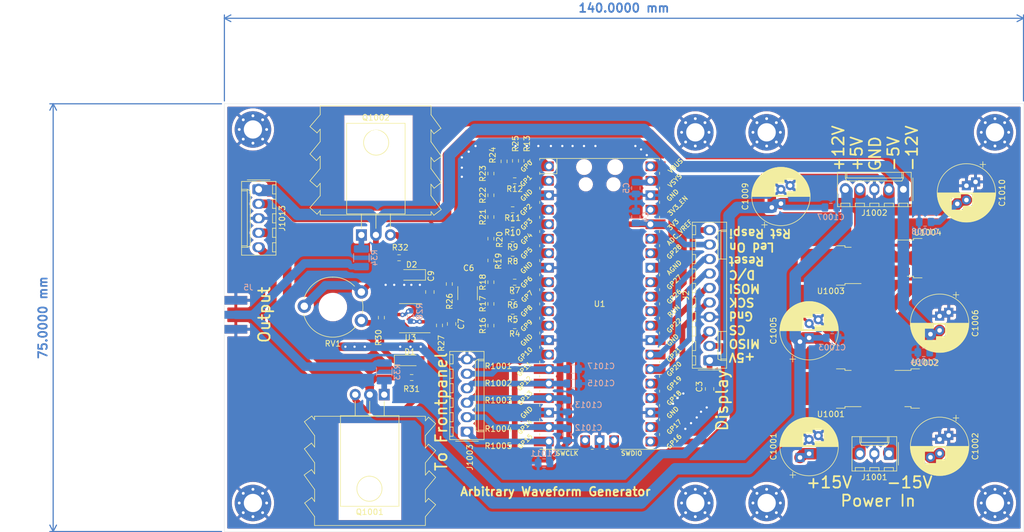
<source format=kicad_pcb>
(kicad_pcb (version 20221018) (generator pcbnew)
  (layers (0 "F.Cu" signal) (31 "B.Cu" signal) (34 "B.Paste" user) (35 "F.Paste" user) (36 "B.SilkS" user "B.Silkscreen") (37 "F.SilkS" user "F.Silkscreen") (38 "B.Mask" user) (39 "F.Mask" user) (44 "Edge.Cuts" user))
  (net 0 "")
  (net 1 "GND")
  (net 2 "+5V")
  (net 3 "+3V3")
  (net 4 "Net-(C6-Pad1)")
  (net 5 "-5V")
  (net 6 "Net-(C1001-Pad1)")
  (net 7 "+12V")
  (net 8 "-12V")
  (net 9 "Net-(C1011-Pad1)")
  (net 10 "Net-(C1012-Pad1)")
  (net 11 "Net-(C1013-Pad1)")
  (net 12 "Net-(D1-Pad1)")
  (net 13 "Net-(D1-Pad2)")
  (net 14 "Net-(D2-Pad2)")
  (net 15 "Net-(D2-Pad1)")
  (net 16 "Net-(J2-Pad2)")
  (net 17 "Net-(J2-Pad3)")
  (net 18 "Net-(J2-Pad5)")
  (net 19 "Net-(J2-Pad6)")
  (net 20 "Net-(J2-Pad7)")
  (net 21 "Net-(J2-Pad8)")
  (net 22 "Net-(J2-Pad10)")
  (net 23 "Net-(J5-Pad1)")
  (net 24 "Net-(Q1001-Pad1)")
  (net 25 "Net-(Q1002-Pad1)")
  (net 26 "Net-(C6-Pad2)")
  (net 27 "Net-(R4-Pad1)")
  (net 28 "Net-(R5-Pad1)")
  (net 29 "Net-(R16-Pad2)")
  (net 30 "Net-(R17-Pad2)")
  (net 31 "Net-(R6-Pad1)")
  (net 32 "Net-(R7-Pad1)")
  (net 33 "Net-(R18-Pad2)")
  (net 34 "Net-(R19-Pad2)")
  (net 35 "Net-(R8-Pad1)")
  (net 36 "Net-(R9-Pad1)")
  (net 37 "Net-(R20-Pad2)")
  (net 38 "Net-(R10-Pad2)")
  (net 39 "Net-(R10-Pad1)")
  (net 40 "Net-(R11-Pad1)")
  (net 41 "Net-(R11-Pad2)")
  (net 42 "Net-(R12-Pad2)")
  (net 43 "Net-(R12-Pad1)")
  (net 44 "Net-(R13-Pad1)")
  (net 45 "Net-(R13-Pad2)")
  (net 46 "Net-(R27-Pad1)")
  (net 47 "Net-(R28-Pad2)")
  (net 62 "Net-(C1015-Pad1)")
  (net 63 "Net-(C1017-Pad1)")
  (net 64 "Net-(C1002-Pad2)")
  (footprint "Capacitor_SMD:C_0805_2012Metric_Pad1.18x1.45mm_HandSolder" (layer "F.Cu") (at 225 100 -90)
    (fp_text reference "C3")
    (fp_text value "100n")
  )
  (footprint "Capacitor_THT:CP_Radial_D10.0mm_P2.50mm_P5.00mm" (layer "F.Cu") (at 242.44 111.36 90)
    (fp_text reference "C1001")
    (fp_text value "100u 50V")
  )
  (footprint "Capacitor_THT:CP_Radial_D10.0mm_P2.50mm_P5.00mm" (layer "F.Cu") (at 242.44 91.04 90)
    (fp_text reference "C1005")
    (fp_text value "100u 50V")
  )
  (footprint "Capacitor_THT:CP_Radial_D10.0mm_P2.50mm_P5.00mm" (layer "F.Cu") (at 265.3 87.23 -90)
    (fp_text reference "C1006")
    (fp_text value "100u 50V")
  )
  (footprint "Capacitor_THT:CP_Radial_D10.0mm_P2.50mm_P5.00mm" (layer "F.Cu") (at 270 64.37 -90)
    (fp_text reference "C1010")
    (fp_text value "100u 50V")
  )
  (footprint "Connector_Molex:Molex_KK-254_AE-6410-10A_1x10_P2.54mm_Vertical" (layer "F.Cu") (at 225 95 90)
    (fp_text reference "J2")
    (fp_text value "Conn afficheur")
  )
  (footprint "Connector_Molex:Molex_KK-254_AE-6410-03A_1x03_P2.54mm_Vertical" (layer "F.Cu") (at 256.41 111.36 180)
    (fp_text reference "J1001")
    (fp_text value "Conn_01x03")
  )
  (footprint "Connector_Molex:Molex_KK-254_AE-6410-05A_1x05_P2.54mm_Vertical" (layer "F.Cu") (at 258.95 65 180)
    (fp_text reference "J1002")
    (fp_text value "Conn_01x05")
  )
  (footprint "Connector_Molex:Molex_KK-254_AE-6410-06A_1x06_P2.54mm_Vertical" (layer "F.Cu") (at 182.5 107.5 90)
    (fp_text reference "J1003")
    (fp_text value "Conn_01x06")
  )
  (footprint "Package_TO_SOT_THT:TO-220-3_Horizontal_TabDown" (layer "F.Cu") (at 168 101 180)
    (fp_text reference "Q1001")
    (fp_text value "NTE2633")
  )
  (footprint "Resistor_SMD:R_0603_1608Metric_Pad0.98x0.95mm_HandSolder" (layer "F.Cu") (at 190.5 73.66 180)
    (fp_text reference "R9")
    (fp_text value "2k")
  )
  (footprint "Resistor_SMD:R_0603_1608Metric_Pad0.98x0.95mm_HandSolder" (layer "F.Cu") (at 190.5 71.12 180)
    (fp_text reference "R10")
    (fp_text value "2k")
  )
  (footprint "Resistor_SMD:R_0603_1608Metric_Pad0.98x0.95mm_HandSolder" (layer "F.Cu") (at 190.5 68.58 180)
    (fp_text reference "R11")
    (fp_text value "2k")
  )
  (footprint "Resistor_SMD:R_0603_1608Metric_Pad0.98x0.95mm_HandSolder" (layer "F.Cu") (at 186.69 88.9 90)
    (fp_text reference "R16")
    (fp_text value "1k")
  )
  (footprint "Resistor_SMD:R_0603_1608Metric_Pad0.98x0.95mm_HandSolder" (layer "F.Cu") (at 186.69 85.09 90)
    (fp_text reference "R17")
    (fp_text value "1k")
  )
  (footprint "Resistor_SMD:R_0603_1608Metric_Pad0.98x0.95mm_HandSolder" (layer "F.Cu") (at 186.69 81.28 90)
    (fp_text reference "R18")
    (fp_text value "1k")
  )
  (footprint "Resistor_SMD:R_0603_1608Metric_Pad0.98x0.95mm_HandSolder" (layer "F.Cu") (at 186.69 77.47 90)
    (fp_text reference "R19")
    (fp_text value "1k")
  )
  (footprint "Resistor_SMD:R_0603_1608Metric_Pad0.98x0.95mm_HandSolder" (layer "F.Cu") (at 186.69 73.66 90)
    (fp_text reference "R20")
    (fp_text value "1k")
  )
  (footprint "Resistor_SMD:R_0603_1608Metric_Pad0.98x0.95mm_HandSolder" (layer "F.Cu") (at 186.69 69.85 90)
    (fp_text reference "R21")
    (fp_text value "1k")
  )
  (footprint "Resistor_SMD:R_0603_1608Metric_Pad0.98x0.95mm_HandSolder" (layer "F.Cu") (at 186.69 66.04 90)
    (fp_text reference "R22")
    (fp_text value "1k")
  )
  (footprint "Resistor_SMD:R_0603_1608Metric_Pad0.98x0.95mm_HandSolder" (layer "F.Cu") (at 186.69 62.23 90)
    (fp_text reference "R23")
    (fp_text value "1k")
  )
  (footprint "Resistor_SMD:R_0603_1608Metric_Pad0.98x0.95mm_HandSolder" (layer "F.Cu") (at 189 60.0875 -90)
    (fp_text reference "R24")
    (fp_text value "1k")
  )
  (footprint "Resistor_SMD:R_0603_1608Metric_Pad0.98x0.95mm_HandSolder" (layer "F.Cu") (at 191 60 90)
    (fp_text reference "R25")
    (fp_text value "2k")
  )
  (footprint "Resistor_SMD:R_0603_1608Metric_Pad0.98x0.95mm_HandSolder" (layer "F.Cu") (at 179.4 81.6 90)
    (fp_text reference "R26")
    (fp_text value "20k")
  )
  (footprint "Resistor_SMD:R_0603_1608Metric_Pad0.98x0.95mm_HandSolder" (layer "F.Cu") (at 177.68 88.86 -90)
    (fp_text reference "R27")
    (fp_text value "680R")
  )
  (footprint "Resistor_SMD:R_0603_1608Metric_Pad0.98x0.95mm_HandSolder" (layer "F.Cu") (at 167.5 87.5 -90)
    (fp_text reference "R30")
    (fp_text value "27R")
  )
  (footprint "Resistor_SMD:R_0603_1608Metric_Pad0.98x0.95mm_HandSolder" (layer "F.Cu") (at 170.6 77 180)
    (fp_text reference "R32")
    (fp_text value "1k")
  )
  (footprint "Resistor_SMD:R_0603_1608Metric_Pad0.98x0.95mm_HandSolder" (layer "F.Cu") (at 191.77 99.06 180)
    (fp_text reference "R1002")
    (fp_text value "1k")
  )
  (footprint "Resistor_SMD:R_0603_1608Metric_Pad0.98x0.95mm_HandSolder" (layer "F.Cu") (at 191.77 101.6 180)
    (fp_text reference "R1003")
    (fp_text value "1k")
  )
  (footprint "Resistor_SMD:R_0603_1608Metric_Pad0.98x0.95mm_HandSolder" (layer "F.Cu") (at 191.77 106.68 180)
    (fp_text reference "R1004")
    (fp_text value "1k")
  )
  (footprint "Resistor_SMD:R_0603_1608Metric_Pad0.98x0.95mm_HandSolder" (layer "F.Cu") (at 191.77 109.22 180)
    (fp_text reference "R1005")
    (fp_text value "1k")
  )
  (footprint "Potentiometer_THT:Potentiometer_Piher_PT-10-V10_Vertical_Hole" (layer "F.Cu") (at 164 83 180)
    (fp_text reference "RV1")
    (fp_text value "100R")
  )
  (footprint "Package_SO:SO-8_3.9x4.9mm_P1.27mm" (layer "F.Cu") (at 172.6 87.59 180)
    (fp_text reference "U3")
    (fp_text value "AD8055ARZ")
  )
  (footprint "Package_TO_SOT_SMD:TO-252-2" (layer "F.Cu") (at 246.25 99.93 180)
    (fp_text reference "U1001")
    (fp_text value "L7812")
  )
  (footprint "Package_TO_SOT_SMD:TO-252-2" (layer "F.Cu") (at 246.25 78.34 180)
    (fp_text reference "U1003")
    (fp_text value "L7805")
  )
  (footprint "Package_TO_SOT_SMD:TO-252-2" (layer "F.Cu") (at 262.76 99.93)
    (fp_text reference "U1002")
    (fp_text value "L7912")
  )
  (footprint "Package_TO_SOT_SMD:TO-252-2" (layer "F.Cu") (at 263.2 77.07)
    (fp_text reference "U1004")
    (fp_text value "L7905")
  )
  (footprint "Resistor_SMD:R_0603_1608Metric_Pad0.98x0.95mm_HandSolder" (layer "F.Cu") (at 193 60 -90)
    (fp_text reference "R13")
    (fp_text value "2k")
  )
  (footprint "Resistor_SMD:R_0603_1608Metric_Pad0.98x0.95mm_HandSolder" (layer "F.Cu") (at 190.8575 63.5 180)
    (fp_text reference "R12")
    (fp_text value "2k")
  )
  (footprint "Resistor_SMD:R_0603_1608Metric_Pad0.98x0.95mm_HandSolder" (layer "F.Cu") (at 190.5 76.2 180)
    (fp_text reference "R8")
    (fp_text value "2k")
  )
  (footprint "Resistor_SMD:R_0603_1608Metric_Pad0.98x0.95mm_HandSolder" (layer "F.Cu") (at 190.8575 81.28 180)
    (fp_text reference "R7")
    (fp_text value "2k")
  )
  (footprint "Resistor_SMD:R_0603_1608Metric_Pad0.98x0.95mm_HandSolder" (layer "F.Cu") (at 190.5 83.82 180)
    (fp_text reference "R6")
    (fp_text value "2k")
  )
  (footprint "Resistor_SMD:R_0603_1608Metric_Pad0.98x0.95mm_HandSolder" (layer "F.Cu") (at 190.5 86.36 180)
    (fp_text reference "R5")
    (fp_text value "2k")
  )
  (footprint "Pi_Pico:RPi_Pico_SMD_TH" (layer "F.Cu") (at 205.74 85.09)
    (fp_text reference "U1")
    (fp_text value "Pico")
  )
  (footprint "Resistor_SMD:R_0603_1608Metric_Pad0.98x0.95mm_HandSolder" (layer "F.Cu") (at 190.8575 88.9 180)
    (fp_text reference "R4")
    (fp_text value "2k")
  )
  (footprint "Resistor_SMD:R_0603_1608Metric_Pad0.98x0.95mm_HandSolder" (layer "F.Cu") (at 191.77 96.52 180)
    (fp_text reference "R1001")
    (fp_text value "1k")
  )
  (footprint "Capacitor_THT:CP_Radial_D10.0mm_P2.50mm_P5.00mm" (layer "F.Cu") (at 265.3 108.82 -90)
    (fp_text reference "C1002")
    (fp_text value "100u 50V")
  )
  (footprint "MountingHole:MountingHole_3.2mm_M3_Pad_Via" (layer "F.Cu") (at 275 120)
    (fp_text reference "J1005" hide)
    (fp_text value "Conn_01x01")
  )
  (footprint "MountingHole:MountingHole_3.2mm_M3_Pad_Via" (layer "F.Cu") (at 145 54.5)
    (fp_text reference "J1006" hide)
    (fp_text value "Conn_01x01")
  )
  (footprint "MountingHole:MountingHole_3.2mm_M3_Pad_Via" (layer "F.Cu") (at 275 55)
    (fp_text reference "J1007" hide)
    (fp_text value "Conn_01x01")
  )
  (footprint "MountingHole:MountingHole_3.2mm_M3_Pad_Via" (layer "F.Cu") (at 145 120)
    (fp_text reference "J1008" hide)
    (fp_text value "Conn_01x01")
  )
  (footprint "Capacitor_THT:CP_Radial_D10.0mm_P2.50mm_P5.00mm" (layer "F.Cu") (at 237.5 67.5 90)
    (fp_text reference "C1009")
    (fp_text value "100u 50V")
  )
  (footprint "MountingHole:MountingHole_3.2mm_M3_Pad_Via" (layer "F.Cu") (at 235 120)
    (fp_text reference "J1009" hide)
    (fp_text value "Conn_01x01")
  )
  (footprint "MountingHole:MountingHole_3.2mm_M3_Pad_Via" (layer "F.Cu") (at 222.5 55)
    (fp_text reference "J1010" hide)
    (fp_text value "Conn_01x01")
  )
  (footprint "MountingHole:MountingHole_3.2mm_M3_Pad_Via" (layer "F.Cu") (at 222.5 120)
    (fp_text reference "J1011" hide)
    (fp_text value "Conn_01x01")
  )
  (footprint "MountingHole:MountingHole_3.2mm_M3_Pad_Via" (layer "F.Cu") (at 235 55)
    (fp_text reference "J1012" hide)
    (fp_text value "Conn_01x01")
  )
  (footprint "Capacitor_SMD:C_0805_2012Metric_Pad1.18x1.45mm_HandSolder" (layer "F.Cu") (at 176 83 -90)
    (fp_text reference "C9")
    (fp_text value "100n")
  )
  (footprint "Heatsink:Heatsink_Aavid-TV5G_TO220_Horizontal" (layer "F.Cu") (at 165.5 117.5 180)
    (fp_text reference "HS1001" hide)
    (fp_text value "Heatsink")
  )
  (footprint "Heatsink:Heatsink_Aavid-TV5G_TO220_Horizontal" (layer "F.Cu") (at 166.5 56.8)
    (fp_text reference "HS1002" hide)
    (fp_text value "Heatsink")
  )
  (footprint "Diode_SMD:D_MicroMELF_Handsoldering" (layer "F.Cu") (at 172.5 95)
    (fp_text reference "D1")
    (fp_text value "4148")
  )
  (footprint "Diode_SMD:D_MicroMELF_Handsoldering" (layer "F.Cu") (at 172.5 80 180)
    (fp_text reference "D2")
    (fp_text value "4148")
  )
  (footprint "Connector_Molex:Molex_KK-254_AE-6410-05A_1x05_P2.54mm_Vertical" (layer "F.Cu") (at 146 65 -90)
    (fp_text reference "J1013")
    (fp_text value "Conn_01x05")
  )
  (footprint "Resistor_SMD:R_0603_1608Metric_Pad0.98x0.95mm_HandSolder" (layer "F.Cu") (at 172.8 98)
    (fp_text reference "R31")
    (fp_text value "1k")
  )
  (footprint "Capacitor_SMD:C_1812_4532Metric_Pad1.57x3.40mm_HandSolder" (layer "F.Cu") (at 182.6 83.2 -90)
    (fp_text reference "C6")
    (fp_text value "1mF")
  )
  (footprint "Capacitor_SMD:C_0805_2012Metric_Pad1.18x1.45mm_HandSolder" (layer "F.Cu") (at 179.8 88.6 -90)
    (fp_text reference "C7")
    (fp_text value "3.3p")
  )
  (footprint "Package_TO_SOT_THT:TO-220-3_Horizontal_TabDown" (layer "F.Cu") (at 164 73)
    (fp_text reference "Q1002")
    (fp_text value "NTE2634")
  )
  (footprint "Capacitor_SMD:C_0805_2012Metric_Pad1.18x1.45mm_HandSolder" (layer "B.Cu") (at 212.09 69.85 90)
    (fp_text reference "C4")
    (fp_text value "100n")
  )
  (footprint "Capacitor_SMD:C_0805_2012Metric_Pad1.18x1.45mm_HandSolder" (layer "B.Cu") (at 212.09 64.77 -90)
    (fp_text reference "C5")
    (fp_text value "100n")
  )
  (footprint "Capacitor_SMD:C_0805_2012Metric_Pad1.18x1.45mm_HandSolder" (layer "B.Cu") (at 246.4825 91.04)
    (fp_text reference "C1003")
    (fp_text value "100n")
  )
  (footprint "Capacitor_SMD:C_0805_2012Metric_Pad1.18x1.45mm_HandSolder" (layer "B.Cu") (at 262.5275 93.58)
    (fp_text reference "C1004")
    (fp_text value "100n")
  )
  (footprint "Capacitor_SMD:C_0805_2012Metric_Pad1.18x1.45mm_HandSolder" (layer "B.Cu") (at 246.25 68.18)
    (fp_text reference "C1007")
    (fp_text value "100n")
  )
  (footprint "Capacitor_SMD:C_0805_2012Metric_Pad1.18x1.45mm_HandSolder" (layer "B.Cu") (at 262.76 70.72)
    (fp_text reference "C1008")
    (fp_text value "100n")
  )
  (footprint "Capacitor_SMD:C_0805_2012Metric_Pad1.18x1.45mm_HandSolder" (layer "B.Cu") (at 196 113 180)
    (fp_text reference "C1011")
    (fp_text value "100n")
  )
  (footprint "Capacitor_SMD:C_0805_2012Metric_Pad1.18x1.45mm_HandSolder" (layer "B.Cu") (at 200 108 -90)
    (fp_text reference "C1012")
    (fp_text value "100n")
  )
  (footprint "Capacitor_SMD:C_0805_2012Metric_Pad1.18x1.45mm_HandSolder" (layer "B.Cu") (at 200 103 -90)
    (fp_text reference "C1013")
    (fp_text value "100n")
  )
  (footprint "Capacitor_SMD:C_0805_2012Metric_Pad1.18x1.45mm_HandSolder" (layer "B.Cu") (at 201.0375 99.06)
    (fp_text reference "C1015")
    (fp_text value "100n")
  )
  (footprint "SMA_PINS:SMA_EDGE_NRW" (layer "B.Cu") (at 142 87 180)
    (fp_text reference "J5")
    (fp_text value "SMA" hide)
  )
  (footprint "Resistor_SMD:R_0603_1608Metric_Pad0.98x0.95mm_HandSolder" (layer "B.Cu") (at 172.6 87.2 90)
    (fp_text reference "R28")
    (fp_text value "680R")
  )
  (footprint "Resistor_SMD:R_1210_3225Metric_Pad1.30x2.65mm_HandSolder" (layer "B.Cu") (at 168 97 90)
    (fp_text reference "R33")
    (fp_text value "3R3")
  )
  (footprint "Capacitor_SMD:C_0805_2012Metric_Pad1.18x1.45mm_HandSolder" (layer "B.Cu") (at 201 96.52)
    (fp_text reference "C1017")
    (fp_text value "100n")
  )
  (footprint "Resistor_SMD:R_1210_3225Metric_Pad1.30x2.65mm_HandSolder" (layer "B.Cu") (at 164 77 90)
    (fp_text reference "R34")
    (fp_text value "3R3")
  )
  (gr_line (start 140 125) (end 140 50) (stroke (width 0.05)) (layer "Edge.Cuts"))
  (gr_line (start 140 50) (end 280 50) (stroke (width 0.05)) (layer "Edge.Cuts"))
  (gr_line (start 280 50) (end 280 125) (stroke (width 0.05)) (layer "Edge.Cuts"))
  (gr_line (start 280 125) (end 140 125) (stroke (width 0.05)) (layer "Edge.Cuts"))
  (gr_text "+5V\nMISO\nCS\nGnd\nSCK\nMOSI\nD/C\nReset\nLed On\nRst Raspi" (at 228.2 83.6 180) (layer "F.SilkS") (effects (font (size 1.5 1.5) (thickness 0.3)) (justify right)))
  (gr_text "Output" (at 147 87 90) (layer "F.SilkS") (effects (font (size 2 2) (thickness 0.3))))
  (gr_text "Display" (at 227.2 102 90) (layer "F.SilkS") (effects (font (size 2 2) (thickness 0.3))))
  (gr_text "To Frontpanel" (at 178 104 90) (layer "F.SilkS") (effects (font (size 2 2) (thickness 0.3))))
  (gr_text "+15V    -15V\n  Power In" (at 253 118) (layer "F.SilkS") (effects (font (size 2 2) (thickness 0.3))))
  (gr_text "Arbitrary Waveform Generator" (at 198 118) (layer "F.SilkS") (effects (font (size 1.5 1.5) (thickness 0.3))))
  (gr_text "+12V\n+5V\nGND\n-5V\n-12V" (at 254 62 90) (layer "F.SilkS") (effects (font (size 2 2) (thickness 0.3)) (justify left)))
  (dimension (type aligned) (layer "B.Cu") (pts (xy 140 50) (xy 140 125)) (height 30) (gr_text "75.0000 mm" (at 108.2 87.5 90) (layer "B.Cu") (effects (font (size 1.5 1.5) (thickness 0.3)))) (format (prefix "") (suffix "") (units 3) (units_format 1) (precision 4)) (style (thickness 0.2) (arrow_length 1.27) (text_position_mode 0) (extension_height 0.58642) (extension_offset 0.5) keep_text_aligned))
  (dimension (type aligned) (layer "B.Cu") (pts (xy 140 50) (xy 280 50)) (height -15) (gr_text "140.0000 mm" (at 210 33.2) (layer "B.Cu") (effects (font (size 1.5 1.5) (thickness 0.3)))) (format (prefix "") (suffix "") (units 3) (units_format 1) (precision 4)) (style (thickness 0.2) (arrow_length 1.27) (text_position_mode 0) (extension_height 0.58642) (extension_offset 0.5) keep_text_aligned))
  (segment (start 219.4 101.6) (end 219.6 101.6) (width 0.25) (layer "F.Cu") (net 1))
  (segment (start 221 106.75) (end 220.75 107) (width 0.25) (layer "F.Cu") (net 1))
  (segment (start 225 102.75) (end 224.5 103.25) (width 0.25) (layer "F.Cu") (net 1))
  (segment (start 214.63 104.14) (end 216.86 104.14) (width 0.25) (layer "F.Cu") (net 1))
  (segment (start 174.7125 81.9625) (end 174.5 81.75) (width 0.25) (layer "F.Cu") (net 1))
  (segment (start 195 57.4) (end 197.199994 57.4) (width 0.25) (layer "F.Cu") (net 1))
  (segment (start 218.4 102.6) (end 218.6 102.6) (width 0.25) (layer "F.Cu") (net 1))
  (segment (start 221.75 106) (end 221 106.75) (width 0.25) (layer "F.Cu") (net 1))
  (segment (start 184 57.4) (end 183 58.4) (width 0.25) (layer "F.Cu") (net 1))
  (segment (start 223.5 104.25) (end 222.75 105) (width 0.25) (layer "F.Cu") (net 1))
  (segment (start 174.5 81.75) (end 174.25 81.75) (width 0.25) (layer "F.Cu") (net 1))
  (segment (start 225 101.0375) (end 225 102.75) (width 0.25) (layer "F.Cu") (net 1))
  (segment (start 169.75 81.75) (end 168.25 81.75) (width 0.25) (layer "F.Cu") (net 1))
  (segment (start 212.4 57.4) (end 212.000012 57.4) (width 0.25) (layer "F.Cu") (net 1))
  (segment (start 223.5 104) (end 223.5 104.25) (width 0.25) (layer "F.Cu") (net 1))
  (segment (start 219.6 101.6) (end 220.4 100.8) (width 0.25) (layer "F.Cu") (net 1))
  (segment (start 193 57.4) (end 195 57.4) (width 0.25) (layer "F.Cu") (net 1))
  (segment (start 183 58.4) (end 182.8 58.4) (width 0.25) (layer "F.Cu") (net 1))
  (segment (start 181.6 59.4) (end 181.6 61.2) (width 0.25) (layer "F.Cu") (net 1))
  (segment (start 172.75 81.75) (end 171.5 81.75) (width 0.25) (layer "F.Cu") (net 1))
  (segment (start 176 81.9625) (end 174.7125 81.9625) (width 0.25) (layer "F.Cu") (net 1))
  (segment (start 203 57.4) (end 205 57.4) (width 0.25) (layer "F.Cu") (net 1))
  (segment (start 216.86 104.14) (end 218.4 102.6) (width 0.25) (layer "F.Cu") (net 1))
  (segment (start 213 58) (end 212.4 57.4) (width 0.25) (layer "F.Cu") (net 1))
  (segment (start 197.199994 57.4) (end 197.2 57.400006) (width 0.25) (layer "F.Cu") (net 1))
  (segment (start 191 59.0875) (end 191 57.399988) (width 0.25) (layer "F.Cu") (net 1))
  (segment (start 199.2 57.4) (end 201 57.4) (width 0.25) (layer "F.Cu") (net 1))
  (via (at 220.4 100.8) (size 0.8) (drill 0.4) (layers "F.Cu" "B.Cu") (net 1))
  (via (at 182.8 58.4) (size 0.8) (drill 0.4) (layers "F.Cu" "B.Cu") (net 1))
  (via (at 203 57.4) (size 0.8) (drill 0.4) (layers "F.Cu" "B.Cu") (net 1))
  (via (at 224.5 103.25) (size 0.8) (drill 0.4) (layers "F.Cu" "B.Cu") (net 1))
  (via (at 184 57.4) (size 0.8) (drill 0.4) (layers "F.Cu" "B.Cu") (net 1))
  (via (at 219.4 101.6) (size 0.8) (drill 0.4) (layers "F.Cu" "B.Cu") (net 1))
  (via (at 195 57.4) (size 0.8) (drill 0.4) (layers "F.Cu" "B.Cu") (net 1))
  (via (at 181.6 59.4) (size 0.8) (drill 0.4) (layers "F.Cu" "B.Cu") (net 1))
  (via (at 169.75 81.75) (size 0.8) (drill 0.4) (layers "F.Cu" "B.Cu") (net 1))
  (via (at 205 57.4) (size 0.8) (drill 0.4) (layers "F.Cu" "B.Cu") (net 1))
  (via (at 201 57.4) (size 0.8) (drill 0.4) (layers "F.Cu" "B.Cu") (net 1))
  (via (at 172.75 81.75) (size 0.8) (drill 0.4) (layers "F.Cu" "B.Cu") (net 1))
  (via (at 168.25 81.75) (size 0.8) (drill 0.4) (layers "F.Cu" "B.Cu") (net 1))
  (via (at 218.6 102.6) (size 0.8) (drill 0.4) (layers "F.Cu" "B.Cu") (net 1))
  (via (at 221.75 106) (size 0.8) (drill 0.4) (layers "F.Cu" "B.Cu") (net 1))
  (via (at 174.25 81.75) (size 0.8) (drill 0.4) (layers "F.Cu" "B.Cu") (net 1))
  (via (at 181.6 62.8) (size 0.8) (drill 0.4) (layers "F.Cu" "B.Cu") (net 1))
  (via (at 199.2 57.4) (size 0.8) (drill 0.4) (layers "F.Cu" "B.Cu") (net 1))
  (via (at 171.5 81.75) (size 0.8) (drill 0.4) (layers "F.Cu" "B.Cu") (net 1))
  (via (at 197.2 57.400006) (size 0.8) (drill 0.4) (layers "F.Cu" "B.Cu") (net 1))
  (via (at 223.5 104) (size 0.8) (drill 0.4) (layers "F.Cu" "B.Cu") (net 1))
  (via (at 181.6 61.2) (size 0.8) (drill 0.4) (layers "F.Cu" "B.Cu") (net 1))
  (via (at 220.75 107) (size 0.8) (drill 0.4) (layers "F.Cu" "B.Cu") (net 1))
  (via (at 191 57.399988) (size 0.8) (drill 0.4) (layers "F.Cu" "B.Cu") (net 1))
  (via (at 222.75 105) (size 0.8) (drill 0.4) (layers "F.Cu" "B.Cu") (net 1))
  (via (at 212.000012 57.4) (size 0.8) (drill 0.4) (layers "F.Cu" "B.Cu") (net 1))
  (via (at 213 58) (size 0.8) (drill 0.4) (layers "F.Cu" "B.Cu") (net 1))
  (via (at 193 57.4) (size 0.8) (drill 0.4) (layers "F.Cu" "B.Cu") (net 1))
  (via (at 214 59) (size 0.8) (drill 0.4) (layers "F.Cu" "B.Cu") (net 1))
  (segment (start 213 58) (end 214 59) (width 0.25) (layer "B.Cu") (net 1))
  (segment (start 184.399976 57.4) (end 184 57.4) (width 0.25) (layer "B.Cu") (net 1))
  (segment (start 201 57.4) (end 203 57.4) (width 0.25) (layer "B.Cu") (net 1))
  (segment (start 197.2 57.400006) (end 199.199994 57.400006) (width 0.25) (layer "B.Cu") (net 1))
  (segment (start 181.8 59.4) (end 181.6 59.4) (width 0.25) (layer "B.Cu") (net 1))
  (segment (start 224.25 103.25) (end 223.5 104) (width 0.25) (layer "B.Cu") (net 1))
  (segment (start 181.6 61.2) (end 181.6 62.8) (width 0.25) (layer "B.Cu") (net 1))
  (segment (start 218.6 102.6) (end 218.6 102.4) (width 0.25) (layer "B.Cu") (net 1))
  (segment (start 199.199994 57.400006) (end 199.2 57.4) (width 0.25) (layer "B.Cu") (net 1))
  (segment (start 174.25 81.75) (end 172.75 81.75) (width 0.25) (layer "B.Cu") (net 1))
  (segment (start 171.5 81.75) (end 169.75 81.75) (width 0.25) (layer "B.Cu") (net 1))
  (segment (start 205 57.4) (end 212.000012 57.4) (width 0.25) (layer "B.Cu") (net 1))
  (segment (start 192.999988 57.399988) (end 193 57.4) (width 0.25) (layer "B.Cu") (net 1))
  (segment (start 218.6 102.4) (end 219.4 101.6) (width 0.25) (layer "B.Cu") (net 1))
  (segment (start 191 57.399988) (end 192.999988 57.399988) (width 0.25) (layer "B.Cu") (net 1))
  (segment (start 222.75 105) (end 221.75 106) (width 0.25) (layer "B.Cu") (net 1))
  (segment (start 182.8 58.4) (end 181.8 59.4) (width 0.25) (layer "B.Cu") (net 1))
  (segment (start 191 57.399988) (end 184.399988 57.399988) (width 0.25) (layer "B.Cu") (net 1))
  (segment (start 184.399988 57.399988) (end 184.399976 57.4) (width 0.25) (layer "B.Cu") (net 1))
  (segment (start 224.5 103.25) (end 224.25 103.25) (width 0.25) (layer "B.Cu") (net 1))
  (segment (start 148.595 72.62) (end 151 75.025) (width 1.5) (layer "F.Cu") (net 2))
  (segment (start 172.6 89.6) (end 172.6 92.6) (width 1) (layer "F.Cu") (net 2))
  (segment (start 156.4 92.6) (end 161 92.6) (width 1.5) (layer "F.Cu") (net 2))
  (segment (start 151 87.2) (end 156.4 92.6) (width 1.5) (layer "F.Cu") (net 2))
  (segment (start 251.33 68.83) (end 251.33 65) (width 2) (layer "F.Cu") (net 2))
  (segment (start 171.225 88.225) (end 172.6 89.6) (width 0.5) (layer "F.Cu") (net 2))
  (segment (start 172.6 92.6) (end 170.8 92.6) (width 1.5) (layer "F.Cu") (net 2))
  (segment (start 233.3 63.5) (end 235.9 66.1) (width 1.5) (layer "F.Cu") (net 2))
  (segment (start 151 75.025) (end 151 87.2) (width 1.5) (layer "F.Cu") (net 2))
  (segment (start 161 92.6) (end 162.8 92.6) (width 1.5) (layer "F.Cu") (net 2))
  (segment (start 170.025 88.225) (end 171.225 88.225) (width 0.5) (layer "F.Cu") (net 2))
  (segment (start 237.5 67.5) (end 250 67.5) (width 2) (layer "F.Cu") (net 2))
  (segment (start 225 95) (end 225 98.9625) (width 1) (layer "F.Cu") (net 2))
  (segment (start 172.6 92.6) (end 174.4 92.6) (width 1.5) (layer "F.Cu") (net 2))
  (segment (start 235.9 66.1) (end 235.9 68.170937) (width 1.5) (layer "F.Cu") (net 2))
  (segment (start 250.45 76.06) (end 251.33 75.18) (width 2) (layer "F.Cu") (net 2))
  (segment (start 251.33 75.18) (end 251.33 68.83) (width 2) (layer "F.Cu") (net 2))
  (segment (start 250 67.5) (end 251.33 68.83) (width 2) (layer "F.Cu") (net 2))
  (segment (start 146 72.62) (end 148.595 72.62) (width 1.5) (layer "F.Cu") (net 2))
  (segment (start 214.63 63.5) (end 233.3 63.5) (width 1.5) (layer "F.Cu") (net 2))
  (segment (start 162.8 92.6) (end 164.6 92.6) (width 1.5) (layer "F.Cu") (net 2))
  (via (at 170.8 92.6) (size 0.8) (drill 0.4) (layers "F.Cu" "B.Cu") (net 2))
  (via (at 162.8 92.6) (size 0.8) (drill 0.4) (layers "F.Cu" "B.Cu") (net 2))
  (via (at 172.6 92.6) (size 0.8) (drill 0.4) (layers "F.Cu" "B.Cu") (net 2))
  (via (at 174.4 92.6) (size 0.8) (drill 0.4) (layers "F.Cu" "B.Cu") (net 2))
  (via (at 161.2 92.6) (size 0.8) (drill 0.4) (layers "F.Cu" "B.Cu") (net 2))
  (via (at 164.6 92.6) (size 0.8) (drill 0.4) (layers "F.Cu" "B.Cu") (net 2))
  (segment (start 228.4 92.8) (end 228.4 103.6) (width 1.5) (layer "B.Cu") (net 2))
  (segment (start 225 95) (end 227.4 95) (width 2) (layer "B.Cu") (net 2))
  (segment (start 220.6 111.4) (end 216.6 111.4) (width 1.5) (layer "B.Cu") (net 2))
  (segment (start 229.829063 68.170937) (end 235.9 68.170937) (width 2) (layer "B.Cu") (net 2))
  (segment (start 228.4 94) (end 228.4 92.8) (width 2) (layer "B.Cu") (net 2))
  (segment (start 212.1575 63.8) (end 212.09 63.7325) (width 1) (layer "B.Cu") (net 2))
  (segment (start 245.2125 68.18) (end 238.18 68.18) (width 1) (layer "B.Cu") (net 2))
  (segment (start 228.4 69.6) (end 229.829063 68.170937) (width 2) (layer "B.Cu") (net 2))
  (segment (start 227.4 95) (end 228.4 94) (width 2) (layer "B.Cu") (net 2))
  (segment (start 164.6 92.6) (end 162.8 92.6) (width 1.5) (layer "B.Cu") (net 2))
  (segment (start 216.6 111.4) (end 210.8 117.2) (width 1.5) (layer "B.Cu") (net 2))
  (segment (start 162.8 92.6) (end 161.2 92.6) (width 1.5) (layer "B.Cu") (net 2))
  (segment (start 179 108) (end 179 97.2) (width 1.5) (layer "B.Cu") (net 2))
  (segment (start 188.2 117.2) (end 179 108) (width 1.5) (layer "B.Cu") (net 2))
  (segment (start 228.4 92.8) (end 228.4 69.6) (width 2) (layer "B.Cu") (net 2))
  (segment (start 214.63 63.5) (end 214.33 63.8) (width 1) (layer "B.Cu") (net 2))
  (segment (start 174.4 92.6) (end 164.6 92.6) (width 1.5) (layer "B.Cu") (net 2))
  (segment (start 236.570937 67.5) (end 235.9 68.170937) (width 1.5) (layer "B.Cu") (net 2))
  (segment (start 214.33 63.8) (end 212.1575 63.8) (width 1) (layer "B.Cu") (net 2))
  (segment (start 210.8 117.2) (end 188.2 117.2) (width 1.5) (layer "B.Cu") (net 2))
  (segment (start 179 97.2) (end 174.4 92.6) (width 1.5) (layer "B.Cu") (net 2))
  (segment (start 228.4 103.6) (end 220.6 111.4) (width 1.5) (layer "B.Cu") (net 2))
  (segment (start 237.5 67.5) (end 236.570937 67.5) (width 1.5) (layer "B.Cu") (net 2))
  (segment (start 197.2 112.4) (end 191.6 112.4) (width 1) (layer "F.Cu") (net 3))
  (segment (start 200.4 109.2) (end 197.2 112.4) (width 1) (layer "F.Cu") (net 3))
  (segment (start 191.6 112.4) (end 190.8575 111.6575) (width 1) (layer "F.Cu") (net 3))
  (segment (start 200.4 77.8) (end 200.4 109.2) (width 1) (layer "F.Cu") (net 3))
  (segment (start 190.8575 99.06) (end 190.8575 96.52) (width 1) (layer "F.Cu") (net 3))
  (segment (start 214.63 71.12) (end 207.08 71.12) (width 1) (layer "F.Cu") (net 3))
  (segment (start 190.8575 106.68) (end 190.8575 101.6) (width 1) (layer "F.Cu") (net 3))
  (segment (start 190.8575 100.1425) (end 190.8575 99.06) (width 1) (layer "F.Cu") (net 3))
  (segment (start 190.8575 109.22) (end 190.8575 106.68) (width 1) (layer "F.Cu") (net 3))
  (segment (start 190.8575 101.6) (end 190.8575 100.1425) (width 1) (layer "F.Cu") (net 3))
  (segment (start 190.8575 111.6575) (end 190.8575 109.22) (width 1) (layer "F.Cu") (net 3))
  (segment (start 207.08 71.12) (end 200.4 77.8) (width 1) (layer "F.Cu") (net 3))
  (segment (start 214.63 71.12) (end 214.3975 70.8875) (width 1) (layer "B.Cu") (net 3))
  (segment (start 214.3975 70.8875) (end 212.09 70.8875) (width 1) (layer "B.Cu") (net 3))
  (segment (start 220.68 74.68) (end 225 74.68) (width 1) (layer "B.Cu") (net 3))
  (segment (start 214.63 71.12) (end 217.12 71.12) (width 1) (layer "B.Cu") (net 3))
  (segment (start 217.12 71.12) (end 220.68 74.68) (width 1) (layer "B.Cu") (net 3))
  (segment (start 179.0375 86.8) (end 179.8 87.5625) (width 0.5) (layer "F.Cu") (net 4))
  (segment (start 175.33 86.8) (end 179.0375 86.8) (width 0.5) (layer "F.Cu") (net 4))
  (segment (start 181.15 82.5125) (end 182.6 81.0625) (width 0.5) (layer "F.Cu") (net 4))
  (segment (start 179.4 82.5125) (end 179.4 87.1625) (width 0.5) (layer "F.Cu") (net 4))
  (segment (start 179.4 87.1625) (end 179.8 87.5625) (width 0.5) (layer "F.Cu") (net 4))
  (segment (start 179.4 82.5125) (end 181.15 82.5125) (width 0.5) (layer "F.Cu") (net 4))
  (segment (start 175.175 86.955) (end 175.33 86.8) (width 0.5) (layer "F.Cu") (net 4))
  (segment (start 256.41 62.405) (end 255.005 61) (width 1.5) (layer "F.Cu") (net 5))
  (segment (start 175.175 85.685) (end 175.175 84.8625) (width 0.5) (layer "F.Cu") (net 5))
  (segment (start 178.3 70) (end 152.4 70) (width 1.5) (layer "F.Cu") (net 5))
  (segment (start 270 66.87) (end 269.070937 66.87) (width 2) (layer "F.Cu") (net 5))
  (segment (start 220.4 61) (end 214.6 55.2) (width 1.5) (layer "F.Cu") (net 5))
  (segment (start 152.4 70) (end 149.94 67.54) (width 1.5) (layer "F.Cu") (net 5))
  (segment (start 256.41 65) (end 256.41 62.405) (width 1.5) (layer "F.Cu") (net 5))
  (segment (start 256.41 65) (end 256.41 68.59) (width 2) (layer "F.Cu") (net 5))
  (segment (start 175.4 70) (end 173 70) (width 0.5) (layer "F.Cu") (net 5))
  (segment (start 176.5625 84.0375) (end 177.8 82.8) (width 0.5) (layer "F.Cu") (net 5))
  (segment (start 179 69.3) (end 178.3 70) (width 1.5) (layer "F.Cu") (net 5))
  (segment (start 175.175 84.8625) (end 176 84.0375) (width 0.5) (layer "F.Cu") (net 5))
  (segment (start 256.41 68.59) (end 267.350937 68.59) (width 2) (layer "F.Cu") (net 5))
  (segment (start 255 70) (end 255 77.5) (width 2) (layer "F.Cu") (net 5))
  (segment (start 177.8 82.8) (end 177.8 72.4) (width 0.5) (layer "F.Cu") (net 5))
  (segment (start 255 77.5) (end 256.85 79.35) (width 2) (layer "F.Cu") (net 5))
  (segment (start 269.070937 66.87) (end 268.4 67.540937) (width 2) (layer "F.Cu") (net 5))
  (segment (start 177.8 72.4) (end 175.4 70) (width 0.5) (layer "F.Cu") (net 5))
  (segment (start 182.8 55.2) (end 179 59) (width 1.5) (layer "F.Cu") (net 5))
  (segment (start 214.6 55.2) (end 182.8 55.2) (width 1.5) (layer "F.Cu") (net 5))
  (segment (start 256.41 68.59) (end 255 70) (width 2) (layer "F.Cu") (net 5))
  (segment (start 256.85 79.35) (end 259 79.35) (width 2) (layer "F.Cu") (net 5))
  (segment (start 149.94 67.54) (end 146 67.54) (width 1.5) (layer "F.Cu") (net 5))
  (segment (start 267.350937 68.59) (end 268.4 67.540937) (width 2) (layer "F.Cu") (net 5))
  (segment (start 176 84.0375) (end 176.5625 84.0375) (width 0.5) (layer "F.Cu") (net 5))
  (segment (start 255.005 61) (end 220.4 61) (width 1.5) (layer "F.Cu") (net 5))
  (segment (start 179 59) (end 179 69.3) (width 1.5) (layer "F.Cu") (net 5))
  (segment (start 265.220937 70.72) (end 268.4 67.540937) (width 1) (layer "B.Cu") (net 5))
  (segment (start 263.7975 70.72) (end 265.220937 70.72) (width 1) (layer "B.Cu") (net 5))
  (segment (start 251.33 111.36) (end 251.33 103.83) (width 2) (layer "F.Cu") (net 6))
  (segment (start 241.510937 111.36) (end 240.84 112.030937) (width 2) (layer "F.Cu") (net 6))
  (segment (start 250.45 102.95) (end 250.45 102.21) (width 2) (layer "F.Cu") (net 6))
  (segment (start 242.44 111.36) (end 241.510937 111.36) (width 2) (layer "F.Cu") (net 6))
  (segment (start 251.33 111.36) (end 242.44 111.36) (width 2) (layer "F.Cu") (net 6))
  (segment (start 251.33 103.83) (end 250.45 102.95) (width 2) (layer "F.Cu") (net 6))
  (segment (start 148.4 89.4) (end 156 97) (width 1.5) (layer "F.Cu") (net 7))
  (segment (start 156 97) (end 162.92 97) (width 1.5) (layer "F.Cu") (net 7))
  (segment (start 250.45 97.65) (end 250.45 80.62) (width 2) (layer "F.Cu") (net 7))
  (segment (start 166.6 98) (end 165.26 99.34) (width 1) (layer "F.Cu") (net 7))
  (segment (start 243.84 91.04) (end 242.44 91.04) (width 2) (layer "F.Cu") (net 7))
  (segment (start 165.46 99.54) (end 165.46 101) (width 1.5) (layer "F.Cu") (net 7))
  (segment (start 165.26 99.34) (end 165.46 99.54) (width 1.5) (layer "F.Cu") (net 7))
  (segment (start 171.8875 98) (end 166.6 98) (width 1) (layer "F.Cu") (net 7))
  (segment (start 250.45 97.65) (end 243.84 91.04) (width 2) (layer "F.Cu") (net 7))
  (segment (start 242.44 91.04) (end 241.510937 91.04) (width 2) (layer "F.Cu") (net 7))
  (segment (start 162.92 97) (end 165.26 99.34) (width 1.5) (layer "F.Cu") (net 7))
  (segment (start 146 75.16) (end 148.4 77.56) (width 1.5) (layer "F.Cu") (net 7))
  (segment (start 148.4 77.56) (end 148.4 89.4) (width 1.5) (layer "F.Cu") (net 7))
  (segment (start 241.510937 91.04) (end 240.84 91.710937) (width 2) (layer "F.Cu") (net 7))
  (segment (start 176 109) (end 187 120) (width 2) (layer "B.Cu") (net 7))
  (segment (start 240 80) (end 240 90.870937) (width 2) (layer "B.Cu") (net 7))
  (segment (start 166.887498 104) (end 174 104) (width 2) (layer "B.Cu") (net 7))
  (segment (start 165.847499 102.960001) (end 166.887498 104) (width 2) (layer "B.Cu") (net 7))
  (segment (start 187 120) (end 213 120) (width 2) (layer "B.Cu") (net 7))
  (segment (start 245.445 91.04) (end 242.44 91.04) (width 1) (layer "B.Cu") (net 7))
  (segment (start 219 114) (end 231.8 114) (width 2) (layer "B.Cu") (net 7))
  (segment (start 240 90.870937) (end 240.84 91.710937) (width 2) (layer "B.Cu") (net 7))
  (segment (start 231.8 114) (end 240.84 104.96) (width 2) (layer "B.Cu") (net 7))
  (segment (start 165.847499 101) (end 165.847499 102.960001) (width 2) (layer "B.Cu") (net 7))
  (segment (start 248.79 65) (end 249.07501 65.28501) (width 2) (layer "B.Cu") (net 7))
  (segment (start 249.07501 70.92499) (end 240 80) (width 2) (layer "B.Cu") (net 7))
  (segment (start 240.84 104.96) (end 240.84 91.710937) (width 2) (layer "B.Cu") (net 7))
  (segment (start 176 106) (end 176 109) (width 2) (layer "B.Cu") (net 7))
  (segment (start 213 120) (end 219 114) (width 2) (layer "B.Cu") (net 7))
  (segment (start 174 104) (end 176 106) (width 2) (layer "B.Cu") (net 7))
  (segment (start 249.07501 65.28501) (end 249.07501 70.92499) (width 2) (layer "B.Cu") (net 7))
  (segment (start 165.46 101) (end 165.847499 101) (width 2) (layer "B.Cu") (net 7))
  (segment (start 265.3 79.7) (end 265.3 77.07) (width 2) (layer "F.Cu") (net 8))
  (segment (start 255 92.5) (end 255 87.5) (width 2) (layer "F.Cu") (net 8))
  (segment (start 166.54 75.54) (end 168 77) (width 1) (layer "F.Cu") (net 8))
  (segment (start 262.099063 90.400937) (end 264.629063 90.400937) (width 2) (layer "F.Cu") (net 8))
  (segment (start 262.5 82.5) (end 265.3 79.7) (width 2) (layer "F.Cu") (net 8))
  (segment (start 260 82.5) (end 262.5 82.5) (width 2) (layer "F.Cu") (net 8))
  (segment (start 257.21 102.21) (end 255 100) (width 2) (layer "F.Cu") (net 8))
  (segment (start 168 77) (end 169.6875 77) (width 1) (layer "F.Cu") (net 8))
  (segment (start 264.629063 90.400937) (end 265.3 89.73) (width 2) (layer "F.Cu") (net 8))
  (segment (start 255 87.5) (end 260 82.5) (width 2) (layer "F.Cu") (net 8))
  (segment (start 255 100) (end 255 92.5) (width 2) (layer "F.Cu") (net 8))
  (segment (start 255 92.5) (end 257.099063 90.400937) (width 2) (layer "F.Cu") (net 8))
  (segment (start 166.54 73) (end 166.54 75.54) (width 1) (layer "F.Cu") (net 8))
  (segment (start 257.099063 90.400937) (end 262.099063 90.400937) (width 2) (layer "F.Cu") (net 8))
  (segment (start 258.56 102.21) (end 257.21 102.21) (width 2) (layer "F.Cu") (net 8))
  (segment (start 262.099063 90.400937) (end 263.7 90.400937) (width 2) (layer "F.Cu") (net 8))
  (segment (start 146.2 65.2) (end 146 65) (width 2) (layer "B.Cu") (net 8))
  (segment (start 166.54 73) (end 166.54 70.54) (width 2) (layer "B.Cu") (net 8))
  (segment (start 258.95 85.650937) (end 263.7 90.400937) (width 2) (layer "B.Cu") (net 8))
  (segment (start 165.4 69.4) (end 152.8 69.4) (width 2) (layer "B.Cu") (net 8))
  (segment (start 166.54 73) (end 166.54 71.06) (width 2) (layer "B.Cu") (net 8))
  (segment (start 179.4 59) (end 183.9 54.5) (width 2) (layer "B.Cu") (net 8))
  (segment (start 152.8 69.4) (end 148.6 65.2) (width 2) (layer "B.Cu") (net 8))
  (segment (start 258.95 65) (end 258.95 66.05) (width 2) (layer "B.Cu") (net 8))
  (segment (start 148.6 65.2) (end 146.2 65.2) (width 2) (layer "B.Cu") (net 8))
  (segment (start 258.95 63.905) (end 258.95 66.05) (width 2) (layer "B.Cu") (net 8))
  (segment (start 168.2 69.4) (end 177.6 69.4) (width 2) (layer "B.Cu") (net 8))
  (segment (start 179.4 67.6) (end 179.4 59) (width 2) (layer "B.Cu") (net 8))
  (segment (start 166.54 70.54) (end 165.4 69.4) (width 2) (layer "B.Cu") (net 8))
  (segment (start 166.54 71.06) (end 168.2 69.4) (width 2) (layer "B.Cu") (net 8))
  (segment (start 263.565 90.535937) (end 263.7 90.400937) (width 1) (layer "B.Cu") (net 8))
  (segment (start 177.6 69.4) (end 179.4 67.6) (width 2) (layer "B.Cu") (net 8))
  (segment (start 263.565 93.58) (end 263.565 90.535937) (width 1) (layer "B.Cu") (net 8))
  (segment (start 213.5 54.5) (end 220 61) (width 2) (layer "B.Cu") (net 8))
  (segment (start 256.045 61) (end 258.95 63.905) (width 2) (layer "B.Cu") (net 8))
  (segment (start 183.9 54.5) (end 213.5 54.5) (width 2) (layer "B.Cu") (net 8))
  (segment (start 220 61) (end 256.045 61) (width 2) (layer "B.Cu") (net 8))
  (segment (start 258.95 66.05) (end 258.95 85.650937) (width 2) (layer "B.Cu") (net 8))
  (segment (start 196.85 109.22) (end 192.6825 109.22) (width 1) (layer "F.Cu") (net 9))
  (segment (start 196.85 112.8125) (end 197.0375 113) (width 1) (layer "B.Cu") (net 9))
  (segment (start 196.85 109.22) (end 196.85 112.8125) (width 1) (layer "B.Cu") (net 9))
  (segment (start 196.85 109.22) (end 184.22 109.22) (width 1) (layer "B.Cu") (net 9))
  (segment (start 184.22 109.22) (end 182.5 107.5) (width 1) (layer "B.Cu") (net 9))
  (segment (start 196.85 106.68) (end 192.6825 106.68) (width 1) (layer "F.Cu") (net 10))
  (segment (start 187.32 106.68) (end 185.6 104.96) (width 1) (layer "B.Cu") (net 10))
  (segment (start 196.85 106.68) (end 187.32 106.68) (width 1) (layer "B.Cu") (net 10))
  (segment (start 199.7175 106.68) (end 200 106.9625) (width 1) (layer "B.Cu") (net 10))
  (segment (start 185.6 104.96) (end 182.5 104.96) (width 1) (layer "B.Cu") (net 10))
  (segment (start 196.85 106.68) (end 199.7175 106.68) (width 1) (layer "B.Cu") (net 10))
  (segment (start 196.85 101.6) (end 192.6825 101.6) (width 1) (layer "F.Cu") (net 11))
  (segment (start 199.6375 101.6) (end 200 101.9625) (width 1) (layer "B.Cu") (net 11))
  (segment (start 196.85 101.6) (end 183.32 101.6) (width 1) (layer "B.Cu") (net 11))
  (segment (start 196.85 101.6) (end 199.6375 101.6) (width 1) (layer "B.Cu") (net 11))
  (segment (start 183.32 101.6) (end 182.5 102.42) (width 1) (layer "B.Cu") (net 11))
  (segment (start 167.5 88.4125) (end 167.5 92.75) (width 1) (layer "F.Cu") (net 12))
  (segment (start 167.5 88.4125) (end 164.4125 88.4125) (width 1) (layer "F.Cu") (net 12))
  (segment (start 169.75 95) (end 171.05 95) (width 1) (layer "F.Cu") (net 12))
  (segment (start 164.4125 88.4125) (end 164 88) (width 1) (layer "F.Cu") (net 12))
  (segment (start 167.5 92.75) (end 169.75 95) (width 1) (layer "F.Cu") (net 12))
  (segment (start 173.95 95) (end 173.95 97.7625) (width 1) (layer "F.Cu") (net 13))
  (segment (start 164.8 103.8) (end 162.92 101.92) (width 1) (layer "F.Cu") (net 13))
  (segment (start 173.95 97.7625) (end 173.7125 98) (width 1) (layer "F.Cu") (net 13))
  (segment (start 173.7125 98) (end 173.7125 101.4875) (width 1) (layer "F.Cu") (net 13))
  (segment (start 162.92 101.92) (end 162.92 101) (width 1) (layer "F.Cu") (net 13))
  (segment (start 171.4 103.8) (end 164.8 103.8) (width 1) (layer "F.Cu") (net 13))
  (segment (start 173.7125 101.4875) (end 171.4 103.8) (width 1) (layer "F.Cu") (net 13))
  (segment (start 167 80) (end 164 83) (width 1) (layer "F.Cu") (net 14))
  (segment (start 171.05 80) (end 167 80) (width 1) (layer "F.Cu") (net 14))
  (segment (start 157.669999 81.830001) (end 154 85.5) (width 1.5) (layer "B.Cu") (net 14))
  (segment (start 164 83) (end 162.830001 81.830001) (width 1.5) (layer "B.Cu") (net 14))
  (segment (start 162.830001 81.830001) (end 157.669999 81.830001) (width 1.5) (layer "B.Cu") (net 14))
  (segment (start 171.5125 77) (end 171.5125 74.3125) (width 1) (layer "F.Cu") (net 15))
  (segment (start 171.5125 74.3125) (end 170.2 73) (width 1) (layer "F.Cu") (net 15))
  (segment (start 173.2 77) (end 173.95 77.75) (width 1) (layer "F.Cu") (net 15))
  (segment (start 170.2 73) (end 169.08 73) (width 1) (layer "F.Cu") (net 15))
  (segment (start 173.95 77.75) (end 173.95 80) (width 1) (layer "F.Cu") (net 15))
  (segment (start 171.5125 77) (end 173.2 77) (width 1) (layer "F.Cu") (net 15))
  (segment (start 224.78 109.22) (end 214.63 109.22) (width 1) (layer "F.Cu") (net 16))
  (segment (start 227.5 92.865) (end 227.5 106.5) (width 1) (layer "F.Cu") (net 16))
  (segment (start 225 92.46) (end 227.095 92.46) (width 1) (layer "F.Cu") (net 16))
  (segment (start 227.5 106.5) (end 224.78 109.22) (width 1) (layer "F.Cu") (net 16))
  (segment (start 227.095 92.46) (end 227.5 92.865) (width 1) (layer "F.Cu") (net 16))
  (segment (start 225 89.92) (end 222 92.92) (width 1) (layer "F.Cu") (net 17))
  (segment (start 222 101.530002) (end 216.850002 106.68) (width 1) (layer "F.Cu") (net 17))
  (segment (start 222 92.92) (end 222 101.530002) (width 1) (layer "F.Cu") (net 17))
  (segment (start 216.850002 106.68) (end 214.63 106.68) (width 1) (layer "F.Cu") (net 17))
  (segment (start 225 84.84) (end 224.66 84.84) (width 1) (layer "F.Cu") (net 18))
  (segment (start 220.25 98.200002) (end 216.850002 101.6) (width 1) (layer "F.Cu") (net 18))
  (segment (start 224.66 84.84) (end 220.25 89.25) (width 1) (layer "F.Cu") (net 18))
  (segment (start 216.850002 101.6) (end 214.63 101.6) (width 1) (layer "F.Cu") (net 18))
  (segment (start 220.25 89.25) (end 220.25 98.200002) (width 1) (layer "F.Cu") (net 18))
  (segment (start 216.850002 99.06) (end 214.63 99.06) (width 1) (layer "F.Cu") (net 19))
  (segment (start 218.5 97.410002) (end 216.850002 99.06) (width 1) (layer "F.Cu") (net 19))
  (segment (start 218.5 88.25) (end 218.5 97.410002) (width 1) (layer "F.Cu") (net 19))
  (segment (start 225 82.3) (end 224.45 82.3) (width 1) (layer "F.Cu") (net 19))
  (segment (start 224.45 82.3) (end 218.5 88.25) (width 1) (layer "F.Cu") (net 19))
  (segment (start 224.24 79.76) (end 221.5 82.5) (width 1) (layer "B.Cu") (net 20))
  (segment (start 221.5 82.5) (end 221.5 91.25) (width 1) (layer "B.Cu") (net 20))
  (segment (start 216.23 96.52) (end 214.63 96.52) (width 1) (layer "B.Cu") (net 20))
  (segment (start 225 79.76) (end 224.24 79.76) (width 1) (layer "B.Cu") (net 20))
  (segment (start 221.5 91.25) (end 216.23 96.52) (width 1) (layer "B.Cu") (net 20))
  (segment (start 216.27 93.98) (end 214.63 93.98) (width 1) (layer "B.Cu") (net 21))
  (segment (start 225 77.22) (end 224.03 77.22) (width 1) (layer "B.Cu") (net 21))
  (segment (start 219.5 81.75) (end 219.5 90.75) (width 1) (layer "B.Cu") (net 21))
  (segment (start 224.03 77.22) (end 219.5 81.75) (width 1) (layer "B.Cu") (net 21))
  (segment (start 219.5 90.75) (end 216.27 93.98) (width 1) (layer "B.Cu") (net 21))
  (segment (start 222 82) (end 222 73.4) (width 1) (layer "F.Cu") (net 22))
  (segment (start 217.64 86.36) (end 222 82) (width 1) (layer "F.Cu") (net 22))
  (segment (start 223.26 72.14) (end 225 72.14) (width 1) (layer "F.Cu") (net 22))
  (segment (start 214.63 86.36) (end 217.64 86.36) (width 1) (layer "F.Cu") (net 22))
  (segment (start 222 73.4) (end 223.26 72.14) (width 1) (layer "F.Cu") (net 22))
  (segment (start 154 78) (end 161.6 78) (width 1.5) (layer "B.Cu") (net 23))
  (segment (start 145 87) (end 154.0875 96.0875) (width 1.5) (layer "B.Cu") (net 23))
  (segment (start 154.0875 96.0875) (end 148 90) (width 1) (layer "B.Cu") (net 23))
  (segment (start 168 95.45) (end 166.55 95.45) (width 1) (layer "B.Cu") (net 23))
  (segment (start 162.15 78.55) (end 161.6 78) (width 1) (layer "B.Cu") (net 23))
  (segment (start 144.8 87) (end 145 87) (width 1.5) (layer "B.Cu") (net 23))
  (segment (start 154.0875 96.0875) (end 165.9125 96.0875) (width 1.5) (layer "B.Cu") (net 23))
  (segment (start 142 87) (end 144.8 87) (width 1.5) (layer "B.Cu") (net 23))
  (segment (start 166.55 95.45) (end 165.9125 96.0875) (width 1) (layer "B.Cu") (net 23))
  (segment (start 164 78.55) (end 162.15 78.55) (width 1) (layer "B.Cu") (net 23))
  (segment (start 145 87) (end 154 78) (width 1.5) (layer "B.Cu") (net 23))
  (segment (start 168 98.55) (end 168 101) (width 1) (layer "B.Cu") (net 24))
  (segment (start 164 75.45) (end 164 73) (width 1) (layer "B.Cu") (net 25))
  (segment (start 182.6 85.3375) (end 182.6 88.2) (width 1) (layer "F.Cu") (net 26))
  (segment (start 186.69 89.8125) (end 189.0325 89.8125) (width 1) (layer "F.Cu") (net 26))
  (segment (start 184.2125 89.8125) (end 186.69 89.8125) (width 1) (layer "F.Cu") (net 26))
  (segment (start 189.0325 89.8125) (end 189.945 88.9) (width 1) (layer "F.Cu") (net 26))
  (segment (start 182.6 88.2) (end 184.2125 89.8125) (width 1) (layer "F.Cu") (net 26))
  (segment (start 196.85 88.9) (end 191.77 88.9) (width 1) (layer "F.Cu") (net 27))
  (segment (start 196.85 86.36) (end 191.4125 86.36) (width 1) (layer "F.Cu") (net 28))
  (segment (start 187.96 87.9875) (end 189.5875 86.36) (width 1) (layer "F.Cu") (net 29))
  (segment (start 186.69 87.9875) (end 187.96 87.9875) (width 1) (layer "F.Cu") (net 29))
  (segment (start 186.69 87.9875) (end 186.69 86.0025) (width 1) (layer "F.Cu") (net 29))
  (segment (start 186.69 82.1925) (end 186.69 84.1775) (width 1) (layer "F.Cu") (net 30))
  (segment (start 186.69 84.1775) (end 189.23 84.1775) (width 1) (layer "F.Cu") (net 30))
  (segment (start 189.23 84.1775) (end 189.5875 83.82) (width 1) (layer "F.Cu") (net 30))
  (segment (start 196.85 83.82) (end 191.4125 83.82) (width 1) (layer "F.Cu") (net 31))
  (segment (start 196.85 81.28) (end 191.77 81.28) (width 1) (layer "F.Cu") (net 32))
  (segment (start 189.0325 80.3675) (end 189.945 81.28) (width 1) (layer "F.Cu") (net 33))
  (segment (start 186.69 78.3825) (end 186.69 80.3675) (width 1) (layer "F.Cu") (net 33))
  (segment (start 186.69 80.3675) (end 189.0325 80.3675) (width 1) (layer "F.Cu") (net 33))
  (segment (start 189.23 76.5575) (end 189.5875 76.2) (width 1) (layer "F.Cu") (net 34))
  (segment (start 186.69 76.5575) (end 189.23 76.5575) (width 1) (layer "F.Cu") (net 34))
  (segment (start 186.69 74.5725) (end 186.69 76.5575) (width 1) (layer "F.Cu") (net 34))
  (segment (start 196.85 76.2) (end 191.4125 76.2) (width 1) (layer "F.Cu") (net 35))
  (segment (start 196.85 73.66) (end 191.4125 73.66) (width 1) (layer "F.Cu") (net 36))
  (segment (start 186.69 70.7625) (end 186.69 72.7475) (width 1) (layer "F.Cu") (net 37))
  (segment (start 188.675 72.7475) (end 189.5875 73.66) (width 1) (layer "F.Cu") (net 37))
  (segment (start 186.69 72.7475) (end 188.675 72.7475) (width 1) (layer "F.Cu") (net 37))
  (segment (start 186.69 68.9375) (end 186.9375 68.9375) (width 1) (layer "F.Cu") (net 38))
  (segment (start 189.12 71.12) (end 189.5875 71.12) (width 1) (layer "F.Cu") (net 38))
  (segment (start 186.69 66.9525) (end 186.69 68.9375) (width 1) (layer "F.Cu") (net 38))
  (segment (start 186.9375 68.9375) (end 189.12 71.12) (width 1) (layer "F.Cu") (net 38))
  (segment (start 196.85 71.12) (end 191.4125 71.12) (width 1) (layer "F.Cu") (net 39))
  (segment (start 196.85 68.58) (end 191.4125 68.58) (width 1) (layer "F.Cu") (net 40))
  (segment (start 186.69 63.1425) (end 186.69 65.1275) (width 1) (layer "F.Cu") (net 41))
  (segment (start 189.5875 68.025) (end 189.5875 68.58) (width 1) (layer "F.Cu") (net 41))
  (segment (start 186.69 65.1275) (end 189.5875 68.025) (width 1) (layer "F.Cu") (net 41))
  (segment (start 186.69 61.3175) (end 189 63.6275) (width 1) (layer "F.Cu") (net 42))
  (segment (start 188.8325 59.175) (end 186.69 61.3175) (width 1) (layer "F.Cu") (net 42))
  (segment (start 189 59.175) (end 188.8325 59.175) (width 1) (layer "F.Cu") (net 42))
  (segment (start 189 63.6275) (end 189.8175 63.6275) (width 1) (layer "F.Cu") (net 42))
  (segment (start 189.8175 63.6275) (end 189.945 63.5) (width 1) (layer "F.Cu") (net 42))
  (segment (start 196.85 63.5) (end 191.77 63.5) (width 1) (layer "F.Cu") (net 43))
  (segment (start 193 59.0875) (end 194.9775 59.0875) (width 1) (layer "F.Cu") (net 44))
  (segment (start 194.9775 59.0875) (end 196.85 60.96) (width 1) (layer "F.Cu") (net 44))
  (segment (start 191 60.9125) (end 189.0875 60.9125) (width 1) (layer "F.Cu") (net 45))
  (segment (start 193 60.9125) (end 191 60.9125) (width 1) (layer "F.Cu") (net 45))
  (segment (start 189.0875 60.9125) (end 189 61) (width 1) (layer "F.Cu") (net 45))
  (segment (start 175.175 88.225) (end 174.225 88.225) (width 0.5) (layer "F.Cu") (net 46))
  (segment (start 174.225 88.225) (end 174.2 88.2) (width 0.5) (layer "F.Cu") (net 46))
  (segment (start 174.2 88.2) (end 173.2 88.2) (width 0.5) (layer "F.Cu") (net 46))
  (segment (start 177.4025 88.225) (end 177.68 87.9475) (width 0.5) (layer "F.Cu") (net 46))
  (segment (start 175.175 88.225) (end 177.4025 88.225) (width 0.5) (layer "F.Cu") (net 46))
  (via (at 173.2 88.2) (size 0.8) (drill 0.4) (layers "F.Cu" "B.Cu") (net 46))
  (via (at 174.2 88.2) (size 0.8) (drill 0.4) (layers "F.Cu" "B.Cu") (net 46))
  (segment (start 172.6875 88.2) (end 172.6 88.1125) (width 0.5) (layer "B.Cu") (net 46))
  (segment (start 173.2 88.2) (end 174.2 88.2) (width 0.5) (layer "B.Cu") (net 46))
  (segment (start 173.2 88.2) (end 172.6875 88.2) (width 0.5) (layer "B.Cu") (net 46))
  (segment (start 170.07 87) (end 170.025 86.955) (width 0.5) (layer "F.Cu") (net 47))
  (segment (start 171.2 87) (end 171.6 87) (width 0.5) (layer "F.Cu") (net 47))
  (segment (start 167.8675 86.955) (end 167.5 86.5875) (width 0.5) (layer "F.Cu") (net 47))
  (segment (start 171.6 87) (end 172.2 86.4) (width 0.5) (layer "F.Cu") (net 47))
  (segment (start 170.025 86.955) (end 167.8675 86.955) (width 0.5) (layer "F.Cu") (net 47))
  (segment (start 171.2 87) (end 170.07 87) (width 0.5) (layer "F.Cu") (net 47))
  (via (at 172.2 86.4) (size 0.8) (drill 0.4) (layers "F.Cu" "B.Cu") (net 47))
  (via (at 171.2 87) (size 0.8) (drill 0.4) (layers "F.Cu" "B.Cu") (net 47))
  (segment (start 172.3125 86.2875) (end 172.2 86.4) (width 0.5) (layer "B.Cu") (net 47))
  (segment (start 172.6 86.2875) (end 172.3125 86.2875) (width 0.5) (layer "B.Cu") (net 47))
  (segment (start 171.6 87) (end 171.2 87) (width 0.5) (layer "B.Cu") (net 47))
  (segment (start 172.2 86.4) (end 171.6 87) (width 0.5) (layer "B.Cu") (net 47))
  (segment (start 196.85 99.06) (end 192.6825 99.06) (width 1) (layer "F.Cu") (net 62))
  (segment (start 196.85 99.06) (end 183.32 99.06) (width 1) (layer "B.Cu") (net 62))
  (segment (start 196.85 99.06) (end 200 99.06) (width 1) (layer "B.Cu") (net 62))
  (segment (start 183.32 99.06) (end 182.5 99.88) (width 1) (layer "B.Cu") (net 62))
  (segment (start 196.85 96.52) (end 192.6825 96.52) (width 1) (layer "F.Cu") (net 63))
  (segment (start 186.86 97.34) (end 187.68 96.52) (width 1) (layer "B.Cu") (net 63))
  (segment (start 182.5 97.34) (end 186.86 97.34) (width 1) (layer "B.Cu") (net 63))
  (segment (start 187.68 96.52) (end 196.85 96.52) (width 1) (layer "B.Cu") (net 63))
  (segment (start 196.85 96.52) (end 199.9625 96.52) (width 1) (layer "B.Cu") (net 63))
  (segment (start 263.069063 111.36) (end 263.7 111.990937) (width 2) (layer "F.Cu") (net 64))
  (segment (start 256.41 111.36) (end 263.069063 111.36) (width 2) (layer "F.Cu") (net 64))
  (segment (start 264.86 102.64) (end 264.86 99.93) (width 2) (layer "F.Cu") (net 64))
  (segment (start 263.7 111.990937) (end 264.629063 111.990937) (width 2) (layer "F.Cu") (net 64))
  (segment (start 256.41 111.09) (end 264.86 102.64) (width 2) (layer "F.Cu") (net 64))
  (segment (start 256.41 111.36) (end 256.41 111.09) (width 2) (layer "F.Cu") (net 64))
  (segment (start 264.629063 111.990937) (end 265.3 111.32) (width 2) (layer "F.Cu") (net 64))
  (zone (net 1) (net_name "GND") (layer "F.Cu") (connect_pads (clearance 0.508)) (min_thickness 0.254) (fill yes (thermal_gap 0.508) (thermal_bridge_width 0.508))
    (polygon (pts (xy 280 125) (xy 140 125) (xy 140 50) (xy 280 50)))
  )
  (zone (net 0) (net_name "") (layer "F.Cu") (connect_pads (clearance 0)) (min_thickness 0.254)
    (keepout (tracks not_allowed) (vias not_allowed) (pads allowed) (copperpour not_allowed) (footprints allowed))
    (fill (thermal_gap 0.508) (thermal_bridge_width 0.508))
    (polygon (pts (xy 173 62) (xy 173 67) (xy 168 67) (xy 161 67) (xy 161 52) (xy 173 52)))
  )
  (zone (net 0) (net_name "") (layers "F&B.Cu") (connect_pads (clearance 0)) (min_thickness 0.254)
    (keepout (tracks not_allowed) (vias not_allowed) (pads allowed) (copperpour not_allowed) (footprints allowed))
    (fill (thermal_gap 0.508) (thermal_bridge_width 0.508))
    (polygon (pts (xy 173 62) (xy 173 67) (xy 168 67) (xy 161 67) (xy 161 52) (xy 173 52)))
  )
  (zone (net 0) (net_name "") (layers "F&B.Cu") (connect_pads (clearance 0)) (min_thickness 0.254)
    (keepout (tracks not_allowed) (vias not_allowed) (pads allowed) (copperpour not_allowed) (footprints allowed))
    (fill (thermal_gap 0.508) (thermal_bridge_width 0.508))
    (polygon (pts (xy 171 112) (xy 171 123) (xy 160 123) (xy 160 106) (xy 171 106)))
  )
  (zone (net 1) (net_name "GND") (layer "B.Cu") (connect_pads (clearance 0.508)) (min_thickness 0.254) (fill yes (thermal_gap 0.508) (thermal_bridge_width 0.508))
    (polygon (pts (xy 280 125) (xy 140 125) (xy 140 50) (xy 280 50)))
  )
  (zone (net 0) (net_name "") (layer "B.Cu") (connect_pads (clearance 0)) (min_thickness 0.254)
    (keepout (tracks not_allowed) (vias not_allowed) (pads allowed) (copperpour not_allowed) (footprints allowed))
    (fill (thermal_gap 0.508) (thermal_bridge_width 0.508))
    (polygon (pts (xy 171 106) (xy 171 112) (xy 171 123) (xy 160 123) (xy 160 106) (xy 164 106)))
  )
)
</source>
